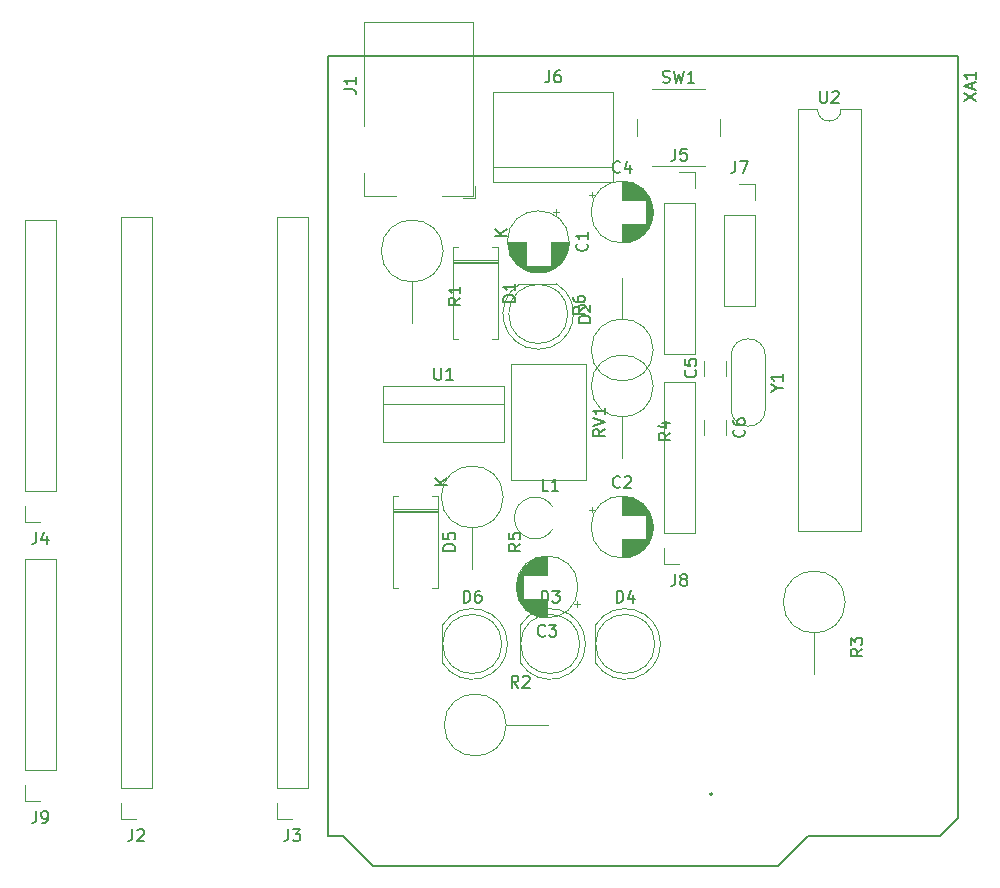
<source format=gbr>
G04 #@! TF.GenerationSoftware,KiCad,Pcbnew,(5.1.2)-2*
G04 #@! TF.CreationDate,2020-05-15T03:36:29+07:00*
G04 #@! TF.ProjectId,raspberypi_data,72617370-6265-4727-9970-695f64617461,rev?*
G04 #@! TF.SameCoordinates,Original*
G04 #@! TF.FileFunction,Legend,Top*
G04 #@! TF.FilePolarity,Positive*
%FSLAX46Y46*%
G04 Gerber Fmt 4.6, Leading zero omitted, Abs format (unit mm)*
G04 Created by KiCad (PCBNEW (5.1.2)-2) date 2020-05-15 03:36:29*
%MOMM*%
%LPD*%
G04 APERTURE LIST*
%ADD10C,0.150000*%
%ADD11C,0.120000*%
G04 APERTURE END LIST*
D10*
X120904000Y-38862000D02*
X67564000Y-38862000D01*
X108204000Y-104902000D02*
X119380000Y-104902000D01*
X105664000Y-107442000D02*
X108204000Y-104902000D01*
X71374000Y-107442000D02*
X105664000Y-107442000D01*
X68834000Y-104902000D02*
X71374000Y-107442000D01*
X67564000Y-104902000D02*
X68834000Y-104902000D01*
X120904000Y-103378000D02*
X119380000Y-104902000D01*
X67564000Y-38862000D02*
X67564000Y-104902000D01*
X120904000Y-38862000D02*
X120904000Y-103378000D01*
D11*
X51308000Y-103438000D02*
X49978000Y-103438000D01*
X49978000Y-103438000D02*
X49978000Y-102108000D01*
X49978000Y-100838000D02*
X49978000Y-52518000D01*
X52638000Y-52518000D02*
X49978000Y-52518000D01*
X52638000Y-100838000D02*
X52638000Y-52518000D01*
X52638000Y-100838000D02*
X49978000Y-100838000D01*
X65846000Y-100838000D02*
X63186000Y-100838000D01*
X65846000Y-100838000D02*
X65846000Y-52518000D01*
X65846000Y-52518000D02*
X63186000Y-52518000D01*
X63186000Y-100838000D02*
X63186000Y-52518000D01*
X63186000Y-103438000D02*
X63186000Y-102108000D01*
X64516000Y-103438000D02*
X63186000Y-103438000D01*
X44510000Y-75692000D02*
X41850000Y-75692000D01*
X44510000Y-75692000D02*
X44510000Y-52772000D01*
X44510000Y-52772000D02*
X41850000Y-52772000D01*
X41850000Y-75692000D02*
X41850000Y-52772000D01*
X41850000Y-78292000D02*
X41850000Y-76962000D01*
X43180000Y-78292000D02*
X41850000Y-78292000D01*
X44510000Y-99314000D02*
X41850000Y-99314000D01*
X44510000Y-99314000D02*
X44510000Y-81474000D01*
X44510000Y-81474000D02*
X41850000Y-81474000D01*
X41850000Y-99314000D02*
X41850000Y-81474000D01*
X41850000Y-101914000D02*
X41850000Y-100584000D01*
X43180000Y-101914000D02*
X41850000Y-101914000D01*
X87069000Y-52039225D02*
X86569000Y-52039225D01*
X86819000Y-51789225D02*
X86819000Y-52289225D01*
X85628000Y-57195000D02*
X85060000Y-57195000D01*
X85862000Y-57155000D02*
X84826000Y-57155000D01*
X86021000Y-57115000D02*
X84667000Y-57115000D01*
X86149000Y-57075000D02*
X84539000Y-57075000D01*
X86259000Y-57035000D02*
X84429000Y-57035000D01*
X86355000Y-56995000D02*
X84333000Y-56995000D01*
X86442000Y-56955000D02*
X84246000Y-56955000D01*
X86522000Y-56915000D02*
X84166000Y-56915000D01*
X86595000Y-56875000D02*
X84093000Y-56875000D01*
X86663000Y-56835000D02*
X84025000Y-56835000D01*
X86727000Y-56795000D02*
X83961000Y-56795000D01*
X86787000Y-56755000D02*
X83901000Y-56755000D01*
X86844000Y-56715000D02*
X83844000Y-56715000D01*
X86898000Y-56675000D02*
X83790000Y-56675000D01*
X86949000Y-56635000D02*
X83739000Y-56635000D01*
X84304000Y-56595000D02*
X83691000Y-56595000D01*
X86997000Y-56595000D02*
X86384000Y-56595000D01*
X84304000Y-56555000D02*
X83645000Y-56555000D01*
X87043000Y-56555000D02*
X86384000Y-56555000D01*
X84304000Y-56515000D02*
X83601000Y-56515000D01*
X87087000Y-56515000D02*
X86384000Y-56515000D01*
X84304000Y-56475000D02*
X83559000Y-56475000D01*
X87129000Y-56475000D02*
X86384000Y-56475000D01*
X84304000Y-56435000D02*
X83518000Y-56435000D01*
X87170000Y-56435000D02*
X86384000Y-56435000D01*
X84304000Y-56395000D02*
X83480000Y-56395000D01*
X87208000Y-56395000D02*
X86384000Y-56395000D01*
X84304000Y-56355000D02*
X83443000Y-56355000D01*
X87245000Y-56355000D02*
X86384000Y-56355000D01*
X84304000Y-56315000D02*
X83407000Y-56315000D01*
X87281000Y-56315000D02*
X86384000Y-56315000D01*
X84304000Y-56275000D02*
X83373000Y-56275000D01*
X87315000Y-56275000D02*
X86384000Y-56275000D01*
X84304000Y-56235000D02*
X83340000Y-56235000D01*
X87348000Y-56235000D02*
X86384000Y-56235000D01*
X84304000Y-56195000D02*
X83309000Y-56195000D01*
X87379000Y-56195000D02*
X86384000Y-56195000D01*
X84304000Y-56155000D02*
X83279000Y-56155000D01*
X87409000Y-56155000D02*
X86384000Y-56155000D01*
X84304000Y-56115000D02*
X83249000Y-56115000D01*
X87439000Y-56115000D02*
X86384000Y-56115000D01*
X84304000Y-56075000D02*
X83222000Y-56075000D01*
X87466000Y-56075000D02*
X86384000Y-56075000D01*
X84304000Y-56035000D02*
X83195000Y-56035000D01*
X87493000Y-56035000D02*
X86384000Y-56035000D01*
X84304000Y-55995000D02*
X83169000Y-55995000D01*
X87519000Y-55995000D02*
X86384000Y-55995000D01*
X84304000Y-55955000D02*
X83144000Y-55955000D01*
X87544000Y-55955000D02*
X86384000Y-55955000D01*
X84304000Y-55915000D02*
X83120000Y-55915000D01*
X87568000Y-55915000D02*
X86384000Y-55915000D01*
X84304000Y-55875000D02*
X83097000Y-55875000D01*
X87591000Y-55875000D02*
X86384000Y-55875000D01*
X84304000Y-55835000D02*
X83076000Y-55835000D01*
X87612000Y-55835000D02*
X86384000Y-55835000D01*
X84304000Y-55795000D02*
X83054000Y-55795000D01*
X87634000Y-55795000D02*
X86384000Y-55795000D01*
X84304000Y-55755000D02*
X83034000Y-55755000D01*
X87654000Y-55755000D02*
X86384000Y-55755000D01*
X84304000Y-55715000D02*
X83015000Y-55715000D01*
X87673000Y-55715000D02*
X86384000Y-55715000D01*
X84304000Y-55675000D02*
X82996000Y-55675000D01*
X87692000Y-55675000D02*
X86384000Y-55675000D01*
X84304000Y-55635000D02*
X82979000Y-55635000D01*
X87709000Y-55635000D02*
X86384000Y-55635000D01*
X84304000Y-55595000D02*
X82962000Y-55595000D01*
X87726000Y-55595000D02*
X86384000Y-55595000D01*
X84304000Y-55555000D02*
X82946000Y-55555000D01*
X87742000Y-55555000D02*
X86384000Y-55555000D01*
X84304000Y-55515000D02*
X82930000Y-55515000D01*
X87758000Y-55515000D02*
X86384000Y-55515000D01*
X84304000Y-55475000D02*
X82916000Y-55475000D01*
X87772000Y-55475000D02*
X86384000Y-55475000D01*
X84304000Y-55435000D02*
X82902000Y-55435000D01*
X87786000Y-55435000D02*
X86384000Y-55435000D01*
X84304000Y-55395000D02*
X82889000Y-55395000D01*
X87799000Y-55395000D02*
X86384000Y-55395000D01*
X84304000Y-55355000D02*
X82876000Y-55355000D01*
X87812000Y-55355000D02*
X86384000Y-55355000D01*
X84304000Y-55315000D02*
X82864000Y-55315000D01*
X87824000Y-55315000D02*
X86384000Y-55315000D01*
X84304000Y-55274000D02*
X82853000Y-55274000D01*
X87835000Y-55274000D02*
X86384000Y-55274000D01*
X84304000Y-55234000D02*
X82843000Y-55234000D01*
X87845000Y-55234000D02*
X86384000Y-55234000D01*
X84304000Y-55194000D02*
X82833000Y-55194000D01*
X87855000Y-55194000D02*
X86384000Y-55194000D01*
X84304000Y-55154000D02*
X82824000Y-55154000D01*
X87864000Y-55154000D02*
X86384000Y-55154000D01*
X84304000Y-55114000D02*
X82816000Y-55114000D01*
X87872000Y-55114000D02*
X86384000Y-55114000D01*
X84304000Y-55074000D02*
X82808000Y-55074000D01*
X87880000Y-55074000D02*
X86384000Y-55074000D01*
X84304000Y-55034000D02*
X82801000Y-55034000D01*
X87887000Y-55034000D02*
X86384000Y-55034000D01*
X84304000Y-54994000D02*
X82794000Y-54994000D01*
X87894000Y-54994000D02*
X86384000Y-54994000D01*
X84304000Y-54954000D02*
X82788000Y-54954000D01*
X87900000Y-54954000D02*
X86384000Y-54954000D01*
X84304000Y-54914000D02*
X82783000Y-54914000D01*
X87905000Y-54914000D02*
X86384000Y-54914000D01*
X84304000Y-54874000D02*
X82779000Y-54874000D01*
X87909000Y-54874000D02*
X86384000Y-54874000D01*
X84304000Y-54834000D02*
X82775000Y-54834000D01*
X87913000Y-54834000D02*
X86384000Y-54834000D01*
X84304000Y-54794000D02*
X82771000Y-54794000D01*
X87917000Y-54794000D02*
X86384000Y-54794000D01*
X84304000Y-54754000D02*
X82768000Y-54754000D01*
X87920000Y-54754000D02*
X86384000Y-54754000D01*
X84304000Y-54714000D02*
X82766000Y-54714000D01*
X87922000Y-54714000D02*
X86384000Y-54714000D01*
X84304000Y-54674000D02*
X82765000Y-54674000D01*
X87923000Y-54674000D02*
X86384000Y-54674000D01*
X87924000Y-54634000D02*
X86384000Y-54634000D01*
X84304000Y-54634000D02*
X82764000Y-54634000D01*
X87924000Y-54594000D02*
X86384000Y-54594000D01*
X84304000Y-54594000D02*
X82764000Y-54594000D01*
X87964000Y-54594000D02*
G75*
G03X87964000Y-54594000I-2620000J0D01*
G01*
X95060000Y-78740000D02*
G75*
G03X95060000Y-78740000I-2620000J0D01*
G01*
X92440000Y-79780000D02*
X92440000Y-81320000D01*
X92440000Y-76160000D02*
X92440000Y-77700000D01*
X92480000Y-79780000D02*
X92480000Y-81320000D01*
X92480000Y-76160000D02*
X92480000Y-77700000D01*
X92520000Y-76161000D02*
X92520000Y-77700000D01*
X92520000Y-79780000D02*
X92520000Y-81319000D01*
X92560000Y-76162000D02*
X92560000Y-77700000D01*
X92560000Y-79780000D02*
X92560000Y-81318000D01*
X92600000Y-76164000D02*
X92600000Y-77700000D01*
X92600000Y-79780000D02*
X92600000Y-81316000D01*
X92640000Y-76167000D02*
X92640000Y-77700000D01*
X92640000Y-79780000D02*
X92640000Y-81313000D01*
X92680000Y-76171000D02*
X92680000Y-77700000D01*
X92680000Y-79780000D02*
X92680000Y-81309000D01*
X92720000Y-76175000D02*
X92720000Y-77700000D01*
X92720000Y-79780000D02*
X92720000Y-81305000D01*
X92760000Y-76179000D02*
X92760000Y-77700000D01*
X92760000Y-79780000D02*
X92760000Y-81301000D01*
X92800000Y-76184000D02*
X92800000Y-77700000D01*
X92800000Y-79780000D02*
X92800000Y-81296000D01*
X92840000Y-76190000D02*
X92840000Y-77700000D01*
X92840000Y-79780000D02*
X92840000Y-81290000D01*
X92880000Y-76197000D02*
X92880000Y-77700000D01*
X92880000Y-79780000D02*
X92880000Y-81283000D01*
X92920000Y-76204000D02*
X92920000Y-77700000D01*
X92920000Y-79780000D02*
X92920000Y-81276000D01*
X92960000Y-76212000D02*
X92960000Y-77700000D01*
X92960000Y-79780000D02*
X92960000Y-81268000D01*
X93000000Y-76220000D02*
X93000000Y-77700000D01*
X93000000Y-79780000D02*
X93000000Y-81260000D01*
X93040000Y-76229000D02*
X93040000Y-77700000D01*
X93040000Y-79780000D02*
X93040000Y-81251000D01*
X93080000Y-76239000D02*
X93080000Y-77700000D01*
X93080000Y-79780000D02*
X93080000Y-81241000D01*
X93120000Y-76249000D02*
X93120000Y-77700000D01*
X93120000Y-79780000D02*
X93120000Y-81231000D01*
X93161000Y-76260000D02*
X93161000Y-77700000D01*
X93161000Y-79780000D02*
X93161000Y-81220000D01*
X93201000Y-76272000D02*
X93201000Y-77700000D01*
X93201000Y-79780000D02*
X93201000Y-81208000D01*
X93241000Y-76285000D02*
X93241000Y-77700000D01*
X93241000Y-79780000D02*
X93241000Y-81195000D01*
X93281000Y-76298000D02*
X93281000Y-77700000D01*
X93281000Y-79780000D02*
X93281000Y-81182000D01*
X93321000Y-76312000D02*
X93321000Y-77700000D01*
X93321000Y-79780000D02*
X93321000Y-81168000D01*
X93361000Y-76326000D02*
X93361000Y-77700000D01*
X93361000Y-79780000D02*
X93361000Y-81154000D01*
X93401000Y-76342000D02*
X93401000Y-77700000D01*
X93401000Y-79780000D02*
X93401000Y-81138000D01*
X93441000Y-76358000D02*
X93441000Y-77700000D01*
X93441000Y-79780000D02*
X93441000Y-81122000D01*
X93481000Y-76375000D02*
X93481000Y-77700000D01*
X93481000Y-79780000D02*
X93481000Y-81105000D01*
X93521000Y-76392000D02*
X93521000Y-77700000D01*
X93521000Y-79780000D02*
X93521000Y-81088000D01*
X93561000Y-76411000D02*
X93561000Y-77700000D01*
X93561000Y-79780000D02*
X93561000Y-81069000D01*
X93601000Y-76430000D02*
X93601000Y-77700000D01*
X93601000Y-79780000D02*
X93601000Y-81050000D01*
X93641000Y-76450000D02*
X93641000Y-77700000D01*
X93641000Y-79780000D02*
X93641000Y-81030000D01*
X93681000Y-76472000D02*
X93681000Y-77700000D01*
X93681000Y-79780000D02*
X93681000Y-81008000D01*
X93721000Y-76493000D02*
X93721000Y-77700000D01*
X93721000Y-79780000D02*
X93721000Y-80987000D01*
X93761000Y-76516000D02*
X93761000Y-77700000D01*
X93761000Y-79780000D02*
X93761000Y-80964000D01*
X93801000Y-76540000D02*
X93801000Y-77700000D01*
X93801000Y-79780000D02*
X93801000Y-80940000D01*
X93841000Y-76565000D02*
X93841000Y-77700000D01*
X93841000Y-79780000D02*
X93841000Y-80915000D01*
X93881000Y-76591000D02*
X93881000Y-77700000D01*
X93881000Y-79780000D02*
X93881000Y-80889000D01*
X93921000Y-76618000D02*
X93921000Y-77700000D01*
X93921000Y-79780000D02*
X93921000Y-80862000D01*
X93961000Y-76645000D02*
X93961000Y-77700000D01*
X93961000Y-79780000D02*
X93961000Y-80835000D01*
X94001000Y-76675000D02*
X94001000Y-77700000D01*
X94001000Y-79780000D02*
X94001000Y-80805000D01*
X94041000Y-76705000D02*
X94041000Y-77700000D01*
X94041000Y-79780000D02*
X94041000Y-80775000D01*
X94081000Y-76736000D02*
X94081000Y-77700000D01*
X94081000Y-79780000D02*
X94081000Y-80744000D01*
X94121000Y-76769000D02*
X94121000Y-77700000D01*
X94121000Y-79780000D02*
X94121000Y-80711000D01*
X94161000Y-76803000D02*
X94161000Y-77700000D01*
X94161000Y-79780000D02*
X94161000Y-80677000D01*
X94201000Y-76839000D02*
X94201000Y-77700000D01*
X94201000Y-79780000D02*
X94201000Y-80641000D01*
X94241000Y-76876000D02*
X94241000Y-77700000D01*
X94241000Y-79780000D02*
X94241000Y-80604000D01*
X94281000Y-76914000D02*
X94281000Y-77700000D01*
X94281000Y-79780000D02*
X94281000Y-80566000D01*
X94321000Y-76955000D02*
X94321000Y-77700000D01*
X94321000Y-79780000D02*
X94321000Y-80525000D01*
X94361000Y-76997000D02*
X94361000Y-77700000D01*
X94361000Y-79780000D02*
X94361000Y-80483000D01*
X94401000Y-77041000D02*
X94401000Y-77700000D01*
X94401000Y-79780000D02*
X94401000Y-80439000D01*
X94441000Y-77087000D02*
X94441000Y-77700000D01*
X94441000Y-79780000D02*
X94441000Y-80393000D01*
X94481000Y-77135000D02*
X94481000Y-80345000D01*
X94521000Y-77186000D02*
X94521000Y-80294000D01*
X94561000Y-77240000D02*
X94561000Y-80240000D01*
X94601000Y-77297000D02*
X94601000Y-80183000D01*
X94641000Y-77357000D02*
X94641000Y-80123000D01*
X94681000Y-77421000D02*
X94681000Y-80059000D01*
X94721000Y-77489000D02*
X94721000Y-79991000D01*
X94761000Y-77562000D02*
X94761000Y-79918000D01*
X94801000Y-77642000D02*
X94801000Y-79838000D01*
X94841000Y-77729000D02*
X94841000Y-79751000D01*
X94881000Y-77825000D02*
X94881000Y-79655000D01*
X94921000Y-77935000D02*
X94921000Y-79545000D01*
X94961000Y-78063000D02*
X94961000Y-79417000D01*
X95001000Y-78222000D02*
X95001000Y-79258000D01*
X95041000Y-78456000D02*
X95041000Y-79024000D01*
X89635225Y-77265000D02*
X90135225Y-77265000D01*
X89885225Y-77015000D02*
X89885225Y-77515000D01*
X88710000Y-83820000D02*
G75*
G03X88710000Y-83820000I-2620000J0D01*
G01*
X86090000Y-82780000D02*
X86090000Y-81240000D01*
X86090000Y-86400000D02*
X86090000Y-84860000D01*
X86050000Y-82780000D02*
X86050000Y-81240000D01*
X86050000Y-86400000D02*
X86050000Y-84860000D01*
X86010000Y-86399000D02*
X86010000Y-84860000D01*
X86010000Y-82780000D02*
X86010000Y-81241000D01*
X85970000Y-86398000D02*
X85970000Y-84860000D01*
X85970000Y-82780000D02*
X85970000Y-81242000D01*
X85930000Y-86396000D02*
X85930000Y-84860000D01*
X85930000Y-82780000D02*
X85930000Y-81244000D01*
X85890000Y-86393000D02*
X85890000Y-84860000D01*
X85890000Y-82780000D02*
X85890000Y-81247000D01*
X85850000Y-86389000D02*
X85850000Y-84860000D01*
X85850000Y-82780000D02*
X85850000Y-81251000D01*
X85810000Y-86385000D02*
X85810000Y-84860000D01*
X85810000Y-82780000D02*
X85810000Y-81255000D01*
X85770000Y-86381000D02*
X85770000Y-84860000D01*
X85770000Y-82780000D02*
X85770000Y-81259000D01*
X85730000Y-86376000D02*
X85730000Y-84860000D01*
X85730000Y-82780000D02*
X85730000Y-81264000D01*
X85690000Y-86370000D02*
X85690000Y-84860000D01*
X85690000Y-82780000D02*
X85690000Y-81270000D01*
X85650000Y-86363000D02*
X85650000Y-84860000D01*
X85650000Y-82780000D02*
X85650000Y-81277000D01*
X85610000Y-86356000D02*
X85610000Y-84860000D01*
X85610000Y-82780000D02*
X85610000Y-81284000D01*
X85570000Y-86348000D02*
X85570000Y-84860000D01*
X85570000Y-82780000D02*
X85570000Y-81292000D01*
X85530000Y-86340000D02*
X85530000Y-84860000D01*
X85530000Y-82780000D02*
X85530000Y-81300000D01*
X85490000Y-86331000D02*
X85490000Y-84860000D01*
X85490000Y-82780000D02*
X85490000Y-81309000D01*
X85450000Y-86321000D02*
X85450000Y-84860000D01*
X85450000Y-82780000D02*
X85450000Y-81319000D01*
X85410000Y-86311000D02*
X85410000Y-84860000D01*
X85410000Y-82780000D02*
X85410000Y-81329000D01*
X85369000Y-86300000D02*
X85369000Y-84860000D01*
X85369000Y-82780000D02*
X85369000Y-81340000D01*
X85329000Y-86288000D02*
X85329000Y-84860000D01*
X85329000Y-82780000D02*
X85329000Y-81352000D01*
X85289000Y-86275000D02*
X85289000Y-84860000D01*
X85289000Y-82780000D02*
X85289000Y-81365000D01*
X85249000Y-86262000D02*
X85249000Y-84860000D01*
X85249000Y-82780000D02*
X85249000Y-81378000D01*
X85209000Y-86248000D02*
X85209000Y-84860000D01*
X85209000Y-82780000D02*
X85209000Y-81392000D01*
X85169000Y-86234000D02*
X85169000Y-84860000D01*
X85169000Y-82780000D02*
X85169000Y-81406000D01*
X85129000Y-86218000D02*
X85129000Y-84860000D01*
X85129000Y-82780000D02*
X85129000Y-81422000D01*
X85089000Y-86202000D02*
X85089000Y-84860000D01*
X85089000Y-82780000D02*
X85089000Y-81438000D01*
X85049000Y-86185000D02*
X85049000Y-84860000D01*
X85049000Y-82780000D02*
X85049000Y-81455000D01*
X85009000Y-86168000D02*
X85009000Y-84860000D01*
X85009000Y-82780000D02*
X85009000Y-81472000D01*
X84969000Y-86149000D02*
X84969000Y-84860000D01*
X84969000Y-82780000D02*
X84969000Y-81491000D01*
X84929000Y-86130000D02*
X84929000Y-84860000D01*
X84929000Y-82780000D02*
X84929000Y-81510000D01*
X84889000Y-86110000D02*
X84889000Y-84860000D01*
X84889000Y-82780000D02*
X84889000Y-81530000D01*
X84849000Y-86088000D02*
X84849000Y-84860000D01*
X84849000Y-82780000D02*
X84849000Y-81552000D01*
X84809000Y-86067000D02*
X84809000Y-84860000D01*
X84809000Y-82780000D02*
X84809000Y-81573000D01*
X84769000Y-86044000D02*
X84769000Y-84860000D01*
X84769000Y-82780000D02*
X84769000Y-81596000D01*
X84729000Y-86020000D02*
X84729000Y-84860000D01*
X84729000Y-82780000D02*
X84729000Y-81620000D01*
X84689000Y-85995000D02*
X84689000Y-84860000D01*
X84689000Y-82780000D02*
X84689000Y-81645000D01*
X84649000Y-85969000D02*
X84649000Y-84860000D01*
X84649000Y-82780000D02*
X84649000Y-81671000D01*
X84609000Y-85942000D02*
X84609000Y-84860000D01*
X84609000Y-82780000D02*
X84609000Y-81698000D01*
X84569000Y-85915000D02*
X84569000Y-84860000D01*
X84569000Y-82780000D02*
X84569000Y-81725000D01*
X84529000Y-85885000D02*
X84529000Y-84860000D01*
X84529000Y-82780000D02*
X84529000Y-81755000D01*
X84489000Y-85855000D02*
X84489000Y-84860000D01*
X84489000Y-82780000D02*
X84489000Y-81785000D01*
X84449000Y-85824000D02*
X84449000Y-84860000D01*
X84449000Y-82780000D02*
X84449000Y-81816000D01*
X84409000Y-85791000D02*
X84409000Y-84860000D01*
X84409000Y-82780000D02*
X84409000Y-81849000D01*
X84369000Y-85757000D02*
X84369000Y-84860000D01*
X84369000Y-82780000D02*
X84369000Y-81883000D01*
X84329000Y-85721000D02*
X84329000Y-84860000D01*
X84329000Y-82780000D02*
X84329000Y-81919000D01*
X84289000Y-85684000D02*
X84289000Y-84860000D01*
X84289000Y-82780000D02*
X84289000Y-81956000D01*
X84249000Y-85646000D02*
X84249000Y-84860000D01*
X84249000Y-82780000D02*
X84249000Y-81994000D01*
X84209000Y-85605000D02*
X84209000Y-84860000D01*
X84209000Y-82780000D02*
X84209000Y-82035000D01*
X84169000Y-85563000D02*
X84169000Y-84860000D01*
X84169000Y-82780000D02*
X84169000Y-82077000D01*
X84129000Y-85519000D02*
X84129000Y-84860000D01*
X84129000Y-82780000D02*
X84129000Y-82121000D01*
X84089000Y-85473000D02*
X84089000Y-84860000D01*
X84089000Y-82780000D02*
X84089000Y-82167000D01*
X84049000Y-85425000D02*
X84049000Y-82215000D01*
X84009000Y-85374000D02*
X84009000Y-82266000D01*
X83969000Y-85320000D02*
X83969000Y-82320000D01*
X83929000Y-85263000D02*
X83929000Y-82377000D01*
X83889000Y-85203000D02*
X83889000Y-82437000D01*
X83849000Y-85139000D02*
X83849000Y-82501000D01*
X83809000Y-85071000D02*
X83809000Y-82569000D01*
X83769000Y-84998000D02*
X83769000Y-82642000D01*
X83729000Y-84918000D02*
X83729000Y-82722000D01*
X83689000Y-84831000D02*
X83689000Y-82809000D01*
X83649000Y-84735000D02*
X83649000Y-82905000D01*
X83609000Y-84625000D02*
X83609000Y-83015000D01*
X83569000Y-84497000D02*
X83569000Y-83143000D01*
X83529000Y-84338000D02*
X83529000Y-83302000D01*
X83489000Y-84104000D02*
X83489000Y-83536000D01*
X88894775Y-85295000D02*
X88394775Y-85295000D01*
X88644775Y-85545000D02*
X88644775Y-85045000D01*
X89885225Y-50345000D02*
X89885225Y-50845000D01*
X89635225Y-50595000D02*
X90135225Y-50595000D01*
X95041000Y-51786000D02*
X95041000Y-52354000D01*
X95001000Y-51552000D02*
X95001000Y-52588000D01*
X94961000Y-51393000D02*
X94961000Y-52747000D01*
X94921000Y-51265000D02*
X94921000Y-52875000D01*
X94881000Y-51155000D02*
X94881000Y-52985000D01*
X94841000Y-51059000D02*
X94841000Y-53081000D01*
X94801000Y-50972000D02*
X94801000Y-53168000D01*
X94761000Y-50892000D02*
X94761000Y-53248000D01*
X94721000Y-50819000D02*
X94721000Y-53321000D01*
X94681000Y-50751000D02*
X94681000Y-53389000D01*
X94641000Y-50687000D02*
X94641000Y-53453000D01*
X94601000Y-50627000D02*
X94601000Y-53513000D01*
X94561000Y-50570000D02*
X94561000Y-53570000D01*
X94521000Y-50516000D02*
X94521000Y-53624000D01*
X94481000Y-50465000D02*
X94481000Y-53675000D01*
X94441000Y-53110000D02*
X94441000Y-53723000D01*
X94441000Y-50417000D02*
X94441000Y-51030000D01*
X94401000Y-53110000D02*
X94401000Y-53769000D01*
X94401000Y-50371000D02*
X94401000Y-51030000D01*
X94361000Y-53110000D02*
X94361000Y-53813000D01*
X94361000Y-50327000D02*
X94361000Y-51030000D01*
X94321000Y-53110000D02*
X94321000Y-53855000D01*
X94321000Y-50285000D02*
X94321000Y-51030000D01*
X94281000Y-53110000D02*
X94281000Y-53896000D01*
X94281000Y-50244000D02*
X94281000Y-51030000D01*
X94241000Y-53110000D02*
X94241000Y-53934000D01*
X94241000Y-50206000D02*
X94241000Y-51030000D01*
X94201000Y-53110000D02*
X94201000Y-53971000D01*
X94201000Y-50169000D02*
X94201000Y-51030000D01*
X94161000Y-53110000D02*
X94161000Y-54007000D01*
X94161000Y-50133000D02*
X94161000Y-51030000D01*
X94121000Y-53110000D02*
X94121000Y-54041000D01*
X94121000Y-50099000D02*
X94121000Y-51030000D01*
X94081000Y-53110000D02*
X94081000Y-54074000D01*
X94081000Y-50066000D02*
X94081000Y-51030000D01*
X94041000Y-53110000D02*
X94041000Y-54105000D01*
X94041000Y-50035000D02*
X94041000Y-51030000D01*
X94001000Y-53110000D02*
X94001000Y-54135000D01*
X94001000Y-50005000D02*
X94001000Y-51030000D01*
X93961000Y-53110000D02*
X93961000Y-54165000D01*
X93961000Y-49975000D02*
X93961000Y-51030000D01*
X93921000Y-53110000D02*
X93921000Y-54192000D01*
X93921000Y-49948000D02*
X93921000Y-51030000D01*
X93881000Y-53110000D02*
X93881000Y-54219000D01*
X93881000Y-49921000D02*
X93881000Y-51030000D01*
X93841000Y-53110000D02*
X93841000Y-54245000D01*
X93841000Y-49895000D02*
X93841000Y-51030000D01*
X93801000Y-53110000D02*
X93801000Y-54270000D01*
X93801000Y-49870000D02*
X93801000Y-51030000D01*
X93761000Y-53110000D02*
X93761000Y-54294000D01*
X93761000Y-49846000D02*
X93761000Y-51030000D01*
X93721000Y-53110000D02*
X93721000Y-54317000D01*
X93721000Y-49823000D02*
X93721000Y-51030000D01*
X93681000Y-53110000D02*
X93681000Y-54338000D01*
X93681000Y-49802000D02*
X93681000Y-51030000D01*
X93641000Y-53110000D02*
X93641000Y-54360000D01*
X93641000Y-49780000D02*
X93641000Y-51030000D01*
X93601000Y-53110000D02*
X93601000Y-54380000D01*
X93601000Y-49760000D02*
X93601000Y-51030000D01*
X93561000Y-53110000D02*
X93561000Y-54399000D01*
X93561000Y-49741000D02*
X93561000Y-51030000D01*
X93521000Y-53110000D02*
X93521000Y-54418000D01*
X93521000Y-49722000D02*
X93521000Y-51030000D01*
X93481000Y-53110000D02*
X93481000Y-54435000D01*
X93481000Y-49705000D02*
X93481000Y-51030000D01*
X93441000Y-53110000D02*
X93441000Y-54452000D01*
X93441000Y-49688000D02*
X93441000Y-51030000D01*
X93401000Y-53110000D02*
X93401000Y-54468000D01*
X93401000Y-49672000D02*
X93401000Y-51030000D01*
X93361000Y-53110000D02*
X93361000Y-54484000D01*
X93361000Y-49656000D02*
X93361000Y-51030000D01*
X93321000Y-53110000D02*
X93321000Y-54498000D01*
X93321000Y-49642000D02*
X93321000Y-51030000D01*
X93281000Y-53110000D02*
X93281000Y-54512000D01*
X93281000Y-49628000D02*
X93281000Y-51030000D01*
X93241000Y-53110000D02*
X93241000Y-54525000D01*
X93241000Y-49615000D02*
X93241000Y-51030000D01*
X93201000Y-53110000D02*
X93201000Y-54538000D01*
X93201000Y-49602000D02*
X93201000Y-51030000D01*
X93161000Y-53110000D02*
X93161000Y-54550000D01*
X93161000Y-49590000D02*
X93161000Y-51030000D01*
X93120000Y-53110000D02*
X93120000Y-54561000D01*
X93120000Y-49579000D02*
X93120000Y-51030000D01*
X93080000Y-53110000D02*
X93080000Y-54571000D01*
X93080000Y-49569000D02*
X93080000Y-51030000D01*
X93040000Y-53110000D02*
X93040000Y-54581000D01*
X93040000Y-49559000D02*
X93040000Y-51030000D01*
X93000000Y-53110000D02*
X93000000Y-54590000D01*
X93000000Y-49550000D02*
X93000000Y-51030000D01*
X92960000Y-53110000D02*
X92960000Y-54598000D01*
X92960000Y-49542000D02*
X92960000Y-51030000D01*
X92920000Y-53110000D02*
X92920000Y-54606000D01*
X92920000Y-49534000D02*
X92920000Y-51030000D01*
X92880000Y-53110000D02*
X92880000Y-54613000D01*
X92880000Y-49527000D02*
X92880000Y-51030000D01*
X92840000Y-53110000D02*
X92840000Y-54620000D01*
X92840000Y-49520000D02*
X92840000Y-51030000D01*
X92800000Y-53110000D02*
X92800000Y-54626000D01*
X92800000Y-49514000D02*
X92800000Y-51030000D01*
X92760000Y-53110000D02*
X92760000Y-54631000D01*
X92760000Y-49509000D02*
X92760000Y-51030000D01*
X92720000Y-53110000D02*
X92720000Y-54635000D01*
X92720000Y-49505000D02*
X92720000Y-51030000D01*
X92680000Y-53110000D02*
X92680000Y-54639000D01*
X92680000Y-49501000D02*
X92680000Y-51030000D01*
X92640000Y-53110000D02*
X92640000Y-54643000D01*
X92640000Y-49497000D02*
X92640000Y-51030000D01*
X92600000Y-53110000D02*
X92600000Y-54646000D01*
X92600000Y-49494000D02*
X92600000Y-51030000D01*
X92560000Y-53110000D02*
X92560000Y-54648000D01*
X92560000Y-49492000D02*
X92560000Y-51030000D01*
X92520000Y-53110000D02*
X92520000Y-54649000D01*
X92520000Y-49491000D02*
X92520000Y-51030000D01*
X92480000Y-49490000D02*
X92480000Y-51030000D01*
X92480000Y-53110000D02*
X92480000Y-54650000D01*
X92440000Y-49490000D02*
X92440000Y-51030000D01*
X92440000Y-53110000D02*
X92440000Y-54650000D01*
X95060000Y-52070000D02*
G75*
G03X95060000Y-52070000I-2620000J0D01*
G01*
X81930000Y-56148000D02*
X78090000Y-56148000D01*
X81930000Y-56388000D02*
X78090000Y-56388000D01*
X81930000Y-56268000D02*
X78090000Y-56268000D01*
X78090000Y-62848000D02*
X78570000Y-62848000D01*
X78090000Y-55008000D02*
X78090000Y-62848000D01*
X78570000Y-55008000D02*
X78090000Y-55008000D01*
X81930000Y-62848000D02*
X81450000Y-62848000D01*
X81930000Y-55008000D02*
X81930000Y-62848000D01*
X81450000Y-55008000D02*
X81930000Y-55008000D01*
X85343538Y-63696000D02*
G75*
G03X86888830Y-58146000I462J2990000D01*
G01*
X85344462Y-63696000D02*
G75*
G02X83799170Y-58146000I-462J2990000D01*
G01*
X87844000Y-60706000D02*
G75*
G03X87844000Y-60706000I-2500000J0D01*
G01*
X86889000Y-58146000D02*
X83799000Y-58146000D01*
X89350000Y-88645538D02*
G75*
G02X83800000Y-90190830I-2990000J-462D01*
G01*
X89350000Y-88646462D02*
G75*
G03X83800000Y-87101170I-2990000J462D01*
G01*
X88860000Y-88646000D02*
G75*
G03X88860000Y-88646000I-2500000J0D01*
G01*
X83800000Y-87101000D02*
X83800000Y-90191000D01*
X90150000Y-87101000D02*
X90150000Y-90191000D01*
X95210000Y-88646000D02*
G75*
G03X95210000Y-88646000I-2500000J0D01*
G01*
X95700000Y-88646462D02*
G75*
G03X90150000Y-87101170I-2990000J462D01*
G01*
X95700000Y-88645538D02*
G75*
G02X90150000Y-90190830I-2990000J-462D01*
G01*
X76370000Y-76090000D02*
X76850000Y-76090000D01*
X76850000Y-76090000D02*
X76850000Y-83930000D01*
X76850000Y-83930000D02*
X76370000Y-83930000D01*
X73490000Y-76090000D02*
X73010000Y-76090000D01*
X73010000Y-76090000D02*
X73010000Y-83930000D01*
X73010000Y-83930000D02*
X73490000Y-83930000D01*
X76850000Y-77350000D02*
X73010000Y-77350000D01*
X76850000Y-77470000D02*
X73010000Y-77470000D01*
X76850000Y-77230000D02*
X73010000Y-77230000D01*
X77196000Y-87101000D02*
X77196000Y-90191000D01*
X82256000Y-88646000D02*
G75*
G03X82256000Y-88646000I-2500000J0D01*
G01*
X82746000Y-88645538D02*
G75*
G02X77196000Y-90190830I-2990000J-462D01*
G01*
X82746000Y-88646462D02*
G75*
G03X77196000Y-87101170I-2990000J462D01*
G01*
X78934000Y-50884000D02*
X79984000Y-50884000D01*
X79984000Y-49834000D02*
X79984000Y-50884000D01*
X70584000Y-44784000D02*
X70584000Y-35984000D01*
X70584000Y-35984000D02*
X79784000Y-35984000D01*
X73284000Y-50684000D02*
X70584000Y-50684000D01*
X70584000Y-50684000D02*
X70584000Y-48784000D01*
X79784000Y-35984000D02*
X79784000Y-50684000D01*
X79784000Y-50684000D02*
X77184000Y-50684000D01*
X95952000Y-51308000D02*
X98612000Y-51308000D01*
X95952000Y-51308000D02*
X95952000Y-64068000D01*
X95952000Y-64068000D02*
X98612000Y-64068000D01*
X98612000Y-51308000D02*
X98612000Y-64068000D01*
X98612000Y-48708000D02*
X98612000Y-50038000D01*
X97282000Y-48708000D02*
X98612000Y-48708000D01*
X91694000Y-48260000D02*
X81534000Y-48260000D01*
X91694000Y-49530000D02*
X91694000Y-41910000D01*
X91694000Y-41910000D02*
X81534000Y-41910000D01*
X81534000Y-41910000D02*
X81534000Y-49530000D01*
X81534000Y-49530000D02*
X91694000Y-49530000D01*
X101032000Y-52324000D02*
X103692000Y-52324000D01*
X101032000Y-52324000D02*
X101032000Y-60004000D01*
X101032000Y-60004000D02*
X103692000Y-60004000D01*
X103692000Y-52324000D02*
X103692000Y-60004000D01*
X103692000Y-49724000D02*
X103692000Y-51054000D01*
X102362000Y-49724000D02*
X103692000Y-49724000D01*
X97282000Y-81848000D02*
X95952000Y-81848000D01*
X95952000Y-81848000D02*
X95952000Y-80518000D01*
X95952000Y-79248000D02*
X95952000Y-66488000D01*
X98612000Y-66488000D02*
X95952000Y-66488000D01*
X98612000Y-79248000D02*
X98612000Y-66488000D01*
X98612000Y-79248000D02*
X95952000Y-79248000D01*
X86602118Y-78898000D02*
G75*
G02X86602118Y-77058000I-1512118J920000D01*
G01*
X77296000Y-55372000D02*
G75*
G03X77296000Y-55372000I-2620000J0D01*
G01*
X74676000Y-57992000D02*
X74676000Y-61492000D01*
X82630000Y-95504000D02*
X86130000Y-95504000D01*
X82630000Y-95504000D02*
G75*
G03X82630000Y-95504000I-2620000J0D01*
G01*
X111332000Y-85090000D02*
G75*
G03X111332000Y-85090000I-2620000J0D01*
G01*
X108712000Y-87710000D02*
X108712000Y-91210000D01*
X92456000Y-69422000D02*
X92456000Y-72922000D01*
X95076000Y-66802000D02*
G75*
G03X95076000Y-66802000I-2620000J0D01*
G01*
X82376000Y-76200000D02*
G75*
G03X82376000Y-76200000I-2620000J0D01*
G01*
X79756000Y-78820000D02*
X79756000Y-82320000D01*
X92456000Y-61134000D02*
X92456000Y-57634000D01*
X95076000Y-63754000D02*
G75*
G03X95076000Y-63754000I-2620000J0D01*
G01*
X89406000Y-64965000D02*
X89406000Y-74735000D01*
X83066000Y-64965000D02*
X83066000Y-74735000D01*
X89406000Y-64965000D02*
X83066000Y-64965000D01*
X89406000Y-74735000D02*
X83066000Y-74735000D01*
X94980000Y-48172000D02*
X99480000Y-48172000D01*
X93730000Y-44172000D02*
X93730000Y-45672000D01*
X99480000Y-41672000D02*
X94980000Y-41672000D01*
X100730000Y-45672000D02*
X100730000Y-44172000D01*
X72193000Y-66826000D02*
X82434000Y-66826000D01*
X72193000Y-71567000D02*
X82434000Y-71567000D01*
X72193000Y-66826000D02*
X72193000Y-71567000D01*
X82434000Y-66826000D02*
X82434000Y-71567000D01*
X72193000Y-68366000D02*
X82434000Y-68366000D01*
X110982000Y-43374000D02*
G75*
G02X108982000Y-43374000I-1000000J0D01*
G01*
X108982000Y-43374000D02*
X107332000Y-43374000D01*
X107332000Y-43374000D02*
X107332000Y-79054000D01*
X107332000Y-79054000D02*
X112632000Y-79054000D01*
X112632000Y-79054000D02*
X112632000Y-43374000D01*
X112632000Y-43374000D02*
X110982000Y-43374000D01*
X104574000Y-64258000D02*
X104574000Y-68758000D01*
X101674000Y-64258000D02*
X101674000Y-68758000D01*
X101674000Y-64258000D02*
G75*
G02X104574000Y-64258000I1450000J0D01*
G01*
X101674000Y-68758000D02*
G75*
G03X104574000Y-68758000I1450000J0D01*
G01*
X101250000Y-65927000D02*
X101250000Y-64669000D01*
X99410000Y-65927000D02*
X99410000Y-64669000D01*
X101250000Y-69709000D02*
X101250000Y-70967000D01*
X99410000Y-69709000D02*
X99410000Y-70967000D01*
D10*
X121372380Y-42640095D02*
X122372380Y-41973428D01*
X121372380Y-41973428D02*
X122372380Y-42640095D01*
X122086666Y-41640095D02*
X122086666Y-41163904D01*
X122372380Y-41735333D02*
X121372380Y-41402000D01*
X122372380Y-41068666D01*
X122372380Y-40211523D02*
X122372380Y-40782952D01*
X122372380Y-40497238D02*
X121372380Y-40497238D01*
X121515238Y-40592476D01*
X121610476Y-40687714D01*
X121658095Y-40782952D01*
X99925142Y-101346000D02*
X99972761Y-101298380D01*
X100020380Y-101346000D01*
X99972761Y-101393619D01*
X99925142Y-101346000D01*
X100020380Y-101346000D01*
X50974666Y-104330380D02*
X50974666Y-105044666D01*
X50927047Y-105187523D01*
X50831809Y-105282761D01*
X50688952Y-105330380D01*
X50593714Y-105330380D01*
X51403238Y-104425619D02*
X51450857Y-104378000D01*
X51546095Y-104330380D01*
X51784190Y-104330380D01*
X51879428Y-104378000D01*
X51927047Y-104425619D01*
X51974666Y-104520857D01*
X51974666Y-104616095D01*
X51927047Y-104758952D01*
X51355619Y-105330380D01*
X51974666Y-105330380D01*
X64182666Y-104330380D02*
X64182666Y-105044666D01*
X64135047Y-105187523D01*
X64039809Y-105282761D01*
X63896952Y-105330380D01*
X63801714Y-105330380D01*
X64563619Y-104330380D02*
X65182666Y-104330380D01*
X64849333Y-104711333D01*
X64992190Y-104711333D01*
X65087428Y-104758952D01*
X65135047Y-104806571D01*
X65182666Y-104901809D01*
X65182666Y-105139904D01*
X65135047Y-105235142D01*
X65087428Y-105282761D01*
X64992190Y-105330380D01*
X64706476Y-105330380D01*
X64611238Y-105282761D01*
X64563619Y-105235142D01*
X42846666Y-79184380D02*
X42846666Y-79898666D01*
X42799047Y-80041523D01*
X42703809Y-80136761D01*
X42560952Y-80184380D01*
X42465714Y-80184380D01*
X43751428Y-79517714D02*
X43751428Y-80184380D01*
X43513333Y-79136761D02*
X43275238Y-79851047D01*
X43894285Y-79851047D01*
X42846666Y-102806380D02*
X42846666Y-103520666D01*
X42799047Y-103663523D01*
X42703809Y-103758761D01*
X42560952Y-103806380D01*
X42465714Y-103806380D01*
X43370476Y-103806380D02*
X43560952Y-103806380D01*
X43656190Y-103758761D01*
X43703809Y-103711142D01*
X43799047Y-103568285D01*
X43846666Y-103377809D01*
X43846666Y-102996857D01*
X43799047Y-102901619D01*
X43751428Y-102854000D01*
X43656190Y-102806380D01*
X43465714Y-102806380D01*
X43370476Y-102854000D01*
X43322857Y-102901619D01*
X43275238Y-102996857D01*
X43275238Y-103234952D01*
X43322857Y-103330190D01*
X43370476Y-103377809D01*
X43465714Y-103425428D01*
X43656190Y-103425428D01*
X43751428Y-103377809D01*
X43799047Y-103330190D01*
X43846666Y-103234952D01*
X89451142Y-54760666D02*
X89498761Y-54808285D01*
X89546380Y-54951142D01*
X89546380Y-55046380D01*
X89498761Y-55189238D01*
X89403523Y-55284476D01*
X89308285Y-55332095D01*
X89117809Y-55379714D01*
X88974952Y-55379714D01*
X88784476Y-55332095D01*
X88689238Y-55284476D01*
X88594000Y-55189238D01*
X88546380Y-55046380D01*
X88546380Y-54951142D01*
X88594000Y-54808285D01*
X88641619Y-54760666D01*
X89546380Y-53808285D02*
X89546380Y-54379714D01*
X89546380Y-54094000D02*
X88546380Y-54094000D01*
X88689238Y-54189238D01*
X88784476Y-54284476D01*
X88832095Y-54379714D01*
X92273333Y-75347142D02*
X92225714Y-75394761D01*
X92082857Y-75442380D01*
X91987619Y-75442380D01*
X91844761Y-75394761D01*
X91749523Y-75299523D01*
X91701904Y-75204285D01*
X91654285Y-75013809D01*
X91654285Y-74870952D01*
X91701904Y-74680476D01*
X91749523Y-74585238D01*
X91844761Y-74490000D01*
X91987619Y-74442380D01*
X92082857Y-74442380D01*
X92225714Y-74490000D01*
X92273333Y-74537619D01*
X92654285Y-74537619D02*
X92701904Y-74490000D01*
X92797142Y-74442380D01*
X93035238Y-74442380D01*
X93130476Y-74490000D01*
X93178095Y-74537619D01*
X93225714Y-74632857D01*
X93225714Y-74728095D01*
X93178095Y-74870952D01*
X92606666Y-75442380D01*
X93225714Y-75442380D01*
X85923333Y-87927142D02*
X85875714Y-87974761D01*
X85732857Y-88022380D01*
X85637619Y-88022380D01*
X85494761Y-87974761D01*
X85399523Y-87879523D01*
X85351904Y-87784285D01*
X85304285Y-87593809D01*
X85304285Y-87450952D01*
X85351904Y-87260476D01*
X85399523Y-87165238D01*
X85494761Y-87070000D01*
X85637619Y-87022380D01*
X85732857Y-87022380D01*
X85875714Y-87070000D01*
X85923333Y-87117619D01*
X86256666Y-87022380D02*
X86875714Y-87022380D01*
X86542380Y-87403333D01*
X86685238Y-87403333D01*
X86780476Y-87450952D01*
X86828095Y-87498571D01*
X86875714Y-87593809D01*
X86875714Y-87831904D01*
X86828095Y-87927142D01*
X86780476Y-87974761D01*
X86685238Y-88022380D01*
X86399523Y-88022380D01*
X86304285Y-87974761D01*
X86256666Y-87927142D01*
X92273333Y-48677142D02*
X92225714Y-48724761D01*
X92082857Y-48772380D01*
X91987619Y-48772380D01*
X91844761Y-48724761D01*
X91749523Y-48629523D01*
X91701904Y-48534285D01*
X91654285Y-48343809D01*
X91654285Y-48200952D01*
X91701904Y-48010476D01*
X91749523Y-47915238D01*
X91844761Y-47820000D01*
X91987619Y-47772380D01*
X92082857Y-47772380D01*
X92225714Y-47820000D01*
X92273333Y-47867619D01*
X93130476Y-48105714D02*
X93130476Y-48772380D01*
X92892380Y-47724761D02*
X92654285Y-48439047D01*
X93273333Y-48439047D01*
X83382380Y-59666095D02*
X82382380Y-59666095D01*
X82382380Y-59428000D01*
X82430000Y-59285142D01*
X82525238Y-59189904D01*
X82620476Y-59142285D01*
X82810952Y-59094666D01*
X82953809Y-59094666D01*
X83144285Y-59142285D01*
X83239523Y-59189904D01*
X83334761Y-59285142D01*
X83382380Y-59428000D01*
X83382380Y-59666095D01*
X83382380Y-58142285D02*
X83382380Y-58713714D01*
X83382380Y-58428000D02*
X82382380Y-58428000D01*
X82525238Y-58523238D01*
X82620476Y-58618476D01*
X82668095Y-58713714D01*
X82662380Y-54109904D02*
X81662380Y-54109904D01*
X82662380Y-53538476D02*
X82090952Y-53967047D01*
X81662380Y-53538476D02*
X82233809Y-54109904D01*
X89756380Y-61444095D02*
X88756380Y-61444095D01*
X88756380Y-61206000D01*
X88804000Y-61063142D01*
X88899238Y-60967904D01*
X88994476Y-60920285D01*
X89184952Y-60872666D01*
X89327809Y-60872666D01*
X89518285Y-60920285D01*
X89613523Y-60967904D01*
X89708761Y-61063142D01*
X89756380Y-61206000D01*
X89756380Y-61444095D01*
X88851619Y-60491714D02*
X88804000Y-60444095D01*
X88756380Y-60348857D01*
X88756380Y-60110761D01*
X88804000Y-60015523D01*
X88851619Y-59967904D01*
X88946857Y-59920285D01*
X89042095Y-59920285D01*
X89184952Y-59967904D01*
X89756380Y-60539333D01*
X89756380Y-59920285D01*
X85621904Y-85138380D02*
X85621904Y-84138380D01*
X85860000Y-84138380D01*
X86002857Y-84186000D01*
X86098095Y-84281238D01*
X86145714Y-84376476D01*
X86193333Y-84566952D01*
X86193333Y-84709809D01*
X86145714Y-84900285D01*
X86098095Y-84995523D01*
X86002857Y-85090761D01*
X85860000Y-85138380D01*
X85621904Y-85138380D01*
X86526666Y-84138380D02*
X87145714Y-84138380D01*
X86812380Y-84519333D01*
X86955238Y-84519333D01*
X87050476Y-84566952D01*
X87098095Y-84614571D01*
X87145714Y-84709809D01*
X87145714Y-84947904D01*
X87098095Y-85043142D01*
X87050476Y-85090761D01*
X86955238Y-85138380D01*
X86669523Y-85138380D01*
X86574285Y-85090761D01*
X86526666Y-85043142D01*
X91971904Y-85138380D02*
X91971904Y-84138380D01*
X92210000Y-84138380D01*
X92352857Y-84186000D01*
X92448095Y-84281238D01*
X92495714Y-84376476D01*
X92543333Y-84566952D01*
X92543333Y-84709809D01*
X92495714Y-84900285D01*
X92448095Y-84995523D01*
X92352857Y-85090761D01*
X92210000Y-85138380D01*
X91971904Y-85138380D01*
X93400476Y-84471714D02*
X93400476Y-85138380D01*
X93162380Y-84090761D02*
X92924285Y-84805047D01*
X93543333Y-84805047D01*
X78302380Y-80748095D02*
X77302380Y-80748095D01*
X77302380Y-80510000D01*
X77350000Y-80367142D01*
X77445238Y-80271904D01*
X77540476Y-80224285D01*
X77730952Y-80176666D01*
X77873809Y-80176666D01*
X78064285Y-80224285D01*
X78159523Y-80271904D01*
X78254761Y-80367142D01*
X78302380Y-80510000D01*
X78302380Y-80748095D01*
X77302380Y-79271904D02*
X77302380Y-79748095D01*
X77778571Y-79795714D01*
X77730952Y-79748095D01*
X77683333Y-79652857D01*
X77683333Y-79414761D01*
X77730952Y-79319523D01*
X77778571Y-79271904D01*
X77873809Y-79224285D01*
X78111904Y-79224285D01*
X78207142Y-79271904D01*
X78254761Y-79319523D01*
X78302380Y-79414761D01*
X78302380Y-79652857D01*
X78254761Y-79748095D01*
X78207142Y-79795714D01*
X77582380Y-75191904D02*
X76582380Y-75191904D01*
X77582380Y-74620476D02*
X77010952Y-75049047D01*
X76582380Y-74620476D02*
X77153809Y-75191904D01*
X79017904Y-85138380D02*
X79017904Y-84138380D01*
X79256000Y-84138380D01*
X79398857Y-84186000D01*
X79494095Y-84281238D01*
X79541714Y-84376476D01*
X79589333Y-84566952D01*
X79589333Y-84709809D01*
X79541714Y-84900285D01*
X79494095Y-84995523D01*
X79398857Y-85090761D01*
X79256000Y-85138380D01*
X79017904Y-85138380D01*
X80446476Y-84138380D02*
X80256000Y-84138380D01*
X80160761Y-84186000D01*
X80113142Y-84233619D01*
X80017904Y-84376476D01*
X79970285Y-84566952D01*
X79970285Y-84947904D01*
X80017904Y-85043142D01*
X80065523Y-85090761D01*
X80160761Y-85138380D01*
X80351238Y-85138380D01*
X80446476Y-85090761D01*
X80494095Y-85043142D01*
X80541714Y-84947904D01*
X80541714Y-84709809D01*
X80494095Y-84614571D01*
X80446476Y-84566952D01*
X80351238Y-84519333D01*
X80160761Y-84519333D01*
X80065523Y-84566952D01*
X80017904Y-84614571D01*
X79970285Y-84709809D01*
X68886380Y-41667333D02*
X69600666Y-41667333D01*
X69743523Y-41714952D01*
X69838761Y-41810190D01*
X69886380Y-41953047D01*
X69886380Y-42048285D01*
X69886380Y-40667333D02*
X69886380Y-41238761D01*
X69886380Y-40953047D02*
X68886380Y-40953047D01*
X69029238Y-41048285D01*
X69124476Y-41143523D01*
X69172095Y-41238761D01*
X96948666Y-46720380D02*
X96948666Y-47434666D01*
X96901047Y-47577523D01*
X96805809Y-47672761D01*
X96662952Y-47720380D01*
X96567714Y-47720380D01*
X97901047Y-46720380D02*
X97424857Y-46720380D01*
X97377238Y-47196571D01*
X97424857Y-47148952D01*
X97520095Y-47101333D01*
X97758190Y-47101333D01*
X97853428Y-47148952D01*
X97901047Y-47196571D01*
X97948666Y-47291809D01*
X97948666Y-47529904D01*
X97901047Y-47625142D01*
X97853428Y-47672761D01*
X97758190Y-47720380D01*
X97520095Y-47720380D01*
X97424857Y-47672761D01*
X97377238Y-47625142D01*
X86280666Y-40092380D02*
X86280666Y-40806666D01*
X86233047Y-40949523D01*
X86137809Y-41044761D01*
X85994952Y-41092380D01*
X85899714Y-41092380D01*
X87185428Y-40092380D02*
X86994952Y-40092380D01*
X86899714Y-40140000D01*
X86852095Y-40187619D01*
X86756857Y-40330476D01*
X86709238Y-40520952D01*
X86709238Y-40901904D01*
X86756857Y-40997142D01*
X86804476Y-41044761D01*
X86899714Y-41092380D01*
X87090190Y-41092380D01*
X87185428Y-41044761D01*
X87233047Y-40997142D01*
X87280666Y-40901904D01*
X87280666Y-40663809D01*
X87233047Y-40568571D01*
X87185428Y-40520952D01*
X87090190Y-40473333D01*
X86899714Y-40473333D01*
X86804476Y-40520952D01*
X86756857Y-40568571D01*
X86709238Y-40663809D01*
X102028666Y-47736380D02*
X102028666Y-48450666D01*
X101981047Y-48593523D01*
X101885809Y-48688761D01*
X101742952Y-48736380D01*
X101647714Y-48736380D01*
X102409619Y-47736380D02*
X103076285Y-47736380D01*
X102647714Y-48736380D01*
X96948666Y-82740380D02*
X96948666Y-83454666D01*
X96901047Y-83597523D01*
X96805809Y-83692761D01*
X96662952Y-83740380D01*
X96567714Y-83740380D01*
X97567714Y-83168952D02*
X97472476Y-83121333D01*
X97424857Y-83073714D01*
X97377238Y-82978476D01*
X97377238Y-82930857D01*
X97424857Y-82835619D01*
X97472476Y-82788000D01*
X97567714Y-82740380D01*
X97758190Y-82740380D01*
X97853428Y-82788000D01*
X97901047Y-82835619D01*
X97948666Y-82930857D01*
X97948666Y-82978476D01*
X97901047Y-83073714D01*
X97853428Y-83121333D01*
X97758190Y-83168952D01*
X97567714Y-83168952D01*
X97472476Y-83216571D01*
X97424857Y-83264190D01*
X97377238Y-83359428D01*
X97377238Y-83549904D01*
X97424857Y-83645142D01*
X97472476Y-83692761D01*
X97567714Y-83740380D01*
X97758190Y-83740380D01*
X97853428Y-83692761D01*
X97901047Y-83645142D01*
X97948666Y-83549904D01*
X97948666Y-83359428D01*
X97901047Y-83264190D01*
X97853428Y-83216571D01*
X97758190Y-83168952D01*
X86193333Y-75660380D02*
X85717142Y-75660380D01*
X85717142Y-74660380D01*
X87050476Y-75660380D02*
X86479047Y-75660380D01*
X86764761Y-75660380D02*
X86764761Y-74660380D01*
X86669523Y-74803238D01*
X86574285Y-74898476D01*
X86479047Y-74946095D01*
X78748380Y-59348666D02*
X78272190Y-59682000D01*
X78748380Y-59920095D02*
X77748380Y-59920095D01*
X77748380Y-59539142D01*
X77796000Y-59443904D01*
X77843619Y-59396285D01*
X77938857Y-59348666D01*
X78081714Y-59348666D01*
X78176952Y-59396285D01*
X78224571Y-59443904D01*
X78272190Y-59539142D01*
X78272190Y-59920095D01*
X78748380Y-58396285D02*
X78748380Y-58967714D01*
X78748380Y-58682000D02*
X77748380Y-58682000D01*
X77891238Y-58777238D01*
X77986476Y-58872476D01*
X78034095Y-58967714D01*
X83653333Y-92336380D02*
X83320000Y-91860190D01*
X83081904Y-92336380D02*
X83081904Y-91336380D01*
X83462857Y-91336380D01*
X83558095Y-91384000D01*
X83605714Y-91431619D01*
X83653333Y-91526857D01*
X83653333Y-91669714D01*
X83605714Y-91764952D01*
X83558095Y-91812571D01*
X83462857Y-91860190D01*
X83081904Y-91860190D01*
X84034285Y-91431619D02*
X84081904Y-91384000D01*
X84177142Y-91336380D01*
X84415238Y-91336380D01*
X84510476Y-91384000D01*
X84558095Y-91431619D01*
X84605714Y-91526857D01*
X84605714Y-91622095D01*
X84558095Y-91764952D01*
X83986666Y-92336380D01*
X84605714Y-92336380D01*
X112784380Y-89066666D02*
X112308190Y-89400000D01*
X112784380Y-89638095D02*
X111784380Y-89638095D01*
X111784380Y-89257142D01*
X111832000Y-89161904D01*
X111879619Y-89114285D01*
X111974857Y-89066666D01*
X112117714Y-89066666D01*
X112212952Y-89114285D01*
X112260571Y-89161904D01*
X112308190Y-89257142D01*
X112308190Y-89638095D01*
X111784380Y-88733333D02*
X111784380Y-88114285D01*
X112165333Y-88447619D01*
X112165333Y-88304761D01*
X112212952Y-88209523D01*
X112260571Y-88161904D01*
X112355809Y-88114285D01*
X112593904Y-88114285D01*
X112689142Y-88161904D01*
X112736761Y-88209523D01*
X112784380Y-88304761D01*
X112784380Y-88590476D01*
X112736761Y-88685714D01*
X112689142Y-88733333D01*
X96528380Y-70778666D02*
X96052190Y-71112000D01*
X96528380Y-71350095D02*
X95528380Y-71350095D01*
X95528380Y-70969142D01*
X95576000Y-70873904D01*
X95623619Y-70826285D01*
X95718857Y-70778666D01*
X95861714Y-70778666D01*
X95956952Y-70826285D01*
X96004571Y-70873904D01*
X96052190Y-70969142D01*
X96052190Y-71350095D01*
X95861714Y-69921523D02*
X96528380Y-69921523D01*
X95480761Y-70159619D02*
X96195047Y-70397714D01*
X96195047Y-69778666D01*
X83828380Y-80176666D02*
X83352190Y-80510000D01*
X83828380Y-80748095D02*
X82828380Y-80748095D01*
X82828380Y-80367142D01*
X82876000Y-80271904D01*
X82923619Y-80224285D01*
X83018857Y-80176666D01*
X83161714Y-80176666D01*
X83256952Y-80224285D01*
X83304571Y-80271904D01*
X83352190Y-80367142D01*
X83352190Y-80748095D01*
X82828380Y-79271904D02*
X82828380Y-79748095D01*
X83304571Y-79795714D01*
X83256952Y-79748095D01*
X83209333Y-79652857D01*
X83209333Y-79414761D01*
X83256952Y-79319523D01*
X83304571Y-79271904D01*
X83399809Y-79224285D01*
X83637904Y-79224285D01*
X83733142Y-79271904D01*
X83780761Y-79319523D01*
X83828380Y-79414761D01*
X83828380Y-79652857D01*
X83780761Y-79748095D01*
X83733142Y-79795714D01*
X89288380Y-60110666D02*
X88812190Y-60444000D01*
X89288380Y-60682095D02*
X88288380Y-60682095D01*
X88288380Y-60301142D01*
X88336000Y-60205904D01*
X88383619Y-60158285D01*
X88478857Y-60110666D01*
X88621714Y-60110666D01*
X88716952Y-60158285D01*
X88764571Y-60205904D01*
X88812190Y-60301142D01*
X88812190Y-60682095D01*
X88288380Y-59253523D02*
X88288380Y-59444000D01*
X88336000Y-59539238D01*
X88383619Y-59586857D01*
X88526476Y-59682095D01*
X88716952Y-59729714D01*
X89097904Y-59729714D01*
X89193142Y-59682095D01*
X89240761Y-59634476D01*
X89288380Y-59539238D01*
X89288380Y-59348761D01*
X89240761Y-59253523D01*
X89193142Y-59205904D01*
X89097904Y-59158285D01*
X88859809Y-59158285D01*
X88764571Y-59205904D01*
X88716952Y-59253523D01*
X88669333Y-59348761D01*
X88669333Y-59539238D01*
X88716952Y-59634476D01*
X88764571Y-59682095D01*
X88859809Y-59729714D01*
X90988380Y-70445238D02*
X90512190Y-70778571D01*
X90988380Y-71016666D02*
X89988380Y-71016666D01*
X89988380Y-70635714D01*
X90036000Y-70540476D01*
X90083619Y-70492857D01*
X90178857Y-70445238D01*
X90321714Y-70445238D01*
X90416952Y-70492857D01*
X90464571Y-70540476D01*
X90512190Y-70635714D01*
X90512190Y-71016666D01*
X89988380Y-70159523D02*
X90988380Y-69826190D01*
X89988380Y-69492857D01*
X90988380Y-68635714D02*
X90988380Y-69207142D01*
X90988380Y-68921428D02*
X89988380Y-68921428D01*
X90131238Y-69016666D01*
X90226476Y-69111904D01*
X90274095Y-69207142D01*
X95896666Y-41076761D02*
X96039523Y-41124380D01*
X96277619Y-41124380D01*
X96372857Y-41076761D01*
X96420476Y-41029142D01*
X96468095Y-40933904D01*
X96468095Y-40838666D01*
X96420476Y-40743428D01*
X96372857Y-40695809D01*
X96277619Y-40648190D01*
X96087142Y-40600571D01*
X95991904Y-40552952D01*
X95944285Y-40505333D01*
X95896666Y-40410095D01*
X95896666Y-40314857D01*
X95944285Y-40219619D01*
X95991904Y-40172000D01*
X96087142Y-40124380D01*
X96325238Y-40124380D01*
X96468095Y-40172000D01*
X96801428Y-40124380D02*
X97039523Y-41124380D01*
X97230000Y-40410095D01*
X97420476Y-41124380D01*
X97658571Y-40124380D01*
X98563333Y-41124380D02*
X97991904Y-41124380D01*
X98277619Y-41124380D02*
X98277619Y-40124380D01*
X98182380Y-40267238D01*
X98087142Y-40362476D01*
X97991904Y-40410095D01*
X76552095Y-65278380D02*
X76552095Y-66087904D01*
X76599714Y-66183142D01*
X76647333Y-66230761D01*
X76742571Y-66278380D01*
X76933047Y-66278380D01*
X77028285Y-66230761D01*
X77075904Y-66183142D01*
X77123523Y-66087904D01*
X77123523Y-65278380D01*
X78123523Y-66278380D02*
X77552095Y-66278380D01*
X77837809Y-66278380D02*
X77837809Y-65278380D01*
X77742571Y-65421238D01*
X77647333Y-65516476D01*
X77552095Y-65564095D01*
X109220095Y-41826380D02*
X109220095Y-42635904D01*
X109267714Y-42731142D01*
X109315333Y-42778761D01*
X109410571Y-42826380D01*
X109601047Y-42826380D01*
X109696285Y-42778761D01*
X109743904Y-42731142D01*
X109791523Y-42635904D01*
X109791523Y-41826380D01*
X110220095Y-41921619D02*
X110267714Y-41874000D01*
X110362952Y-41826380D01*
X110601047Y-41826380D01*
X110696285Y-41874000D01*
X110743904Y-41921619D01*
X110791523Y-42016857D01*
X110791523Y-42112095D01*
X110743904Y-42254952D01*
X110172476Y-42826380D01*
X110791523Y-42826380D01*
X105550190Y-66984190D02*
X106026380Y-66984190D01*
X105026380Y-67317523D02*
X105550190Y-66984190D01*
X105026380Y-66650857D01*
X106026380Y-65793714D02*
X106026380Y-66365142D01*
X106026380Y-66079428D02*
X105026380Y-66079428D01*
X105169238Y-66174666D01*
X105264476Y-66269904D01*
X105312095Y-66365142D01*
X98637142Y-65464666D02*
X98684761Y-65512285D01*
X98732380Y-65655142D01*
X98732380Y-65750380D01*
X98684761Y-65893238D01*
X98589523Y-65988476D01*
X98494285Y-66036095D01*
X98303809Y-66083714D01*
X98160952Y-66083714D01*
X97970476Y-66036095D01*
X97875238Y-65988476D01*
X97780000Y-65893238D01*
X97732380Y-65750380D01*
X97732380Y-65655142D01*
X97780000Y-65512285D01*
X97827619Y-65464666D01*
X97732380Y-64559904D02*
X97732380Y-65036095D01*
X98208571Y-65083714D01*
X98160952Y-65036095D01*
X98113333Y-64940857D01*
X98113333Y-64702761D01*
X98160952Y-64607523D01*
X98208571Y-64559904D01*
X98303809Y-64512285D01*
X98541904Y-64512285D01*
X98637142Y-64559904D01*
X98684761Y-64607523D01*
X98732380Y-64702761D01*
X98732380Y-64940857D01*
X98684761Y-65036095D01*
X98637142Y-65083714D01*
X102737142Y-70504666D02*
X102784761Y-70552285D01*
X102832380Y-70695142D01*
X102832380Y-70790380D01*
X102784761Y-70933238D01*
X102689523Y-71028476D01*
X102594285Y-71076095D01*
X102403809Y-71123714D01*
X102260952Y-71123714D01*
X102070476Y-71076095D01*
X101975238Y-71028476D01*
X101880000Y-70933238D01*
X101832380Y-70790380D01*
X101832380Y-70695142D01*
X101880000Y-70552285D01*
X101927619Y-70504666D01*
X101832380Y-69647523D02*
X101832380Y-69838000D01*
X101880000Y-69933238D01*
X101927619Y-69980857D01*
X102070476Y-70076095D01*
X102260952Y-70123714D01*
X102641904Y-70123714D01*
X102737142Y-70076095D01*
X102784761Y-70028476D01*
X102832380Y-69933238D01*
X102832380Y-69742761D01*
X102784761Y-69647523D01*
X102737142Y-69599904D01*
X102641904Y-69552285D01*
X102403809Y-69552285D01*
X102308571Y-69599904D01*
X102260952Y-69647523D01*
X102213333Y-69742761D01*
X102213333Y-69933238D01*
X102260952Y-70028476D01*
X102308571Y-70076095D01*
X102403809Y-70123714D01*
M02*

</source>
